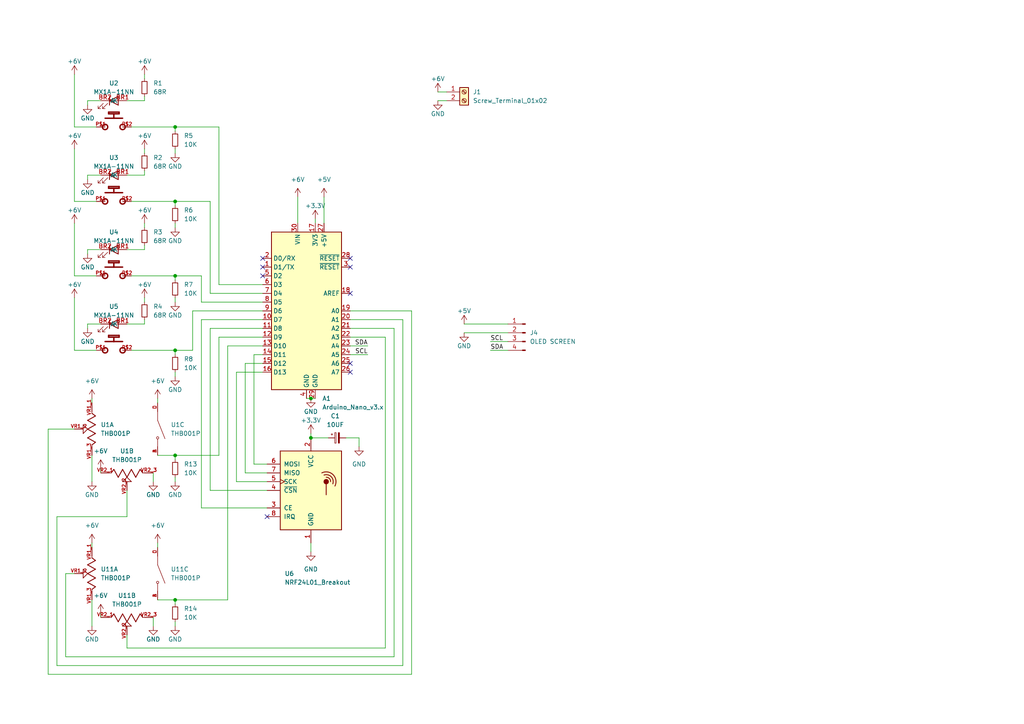
<source format=kicad_sch>
(kicad_sch (version 20211123) (generator eeschema)
  (paper "A4")
  (lib_symbols
    (symbol "Connector:Conn_01x04_Male" (pin_names (offset 1.016) hide)
      (property "Reference" "J" (at 0 5.08 0))
      (property "Value" "Conn_01x04_Male" (at 0 -7.62 0))
      (symbol "Conn_01x04_Male_1_1"
        (polyline (pts (xy 1.27 -5.08) (xy 0.8636 -5.08)) (stroke (width 0.1524)))
        (polyline (pts (xy 1.27 -2.54) (xy 0.8636 -2.54)) (stroke (width 0.1524)))
        (polyline (pts (xy 1.27 0) (xy 0.8636 0)) (stroke (width 0.1524)))
        (polyline (pts (xy 1.27 2.54) (xy 0.8636 2.54)) (stroke (width 0.1524)))
        (rectangle (start 0.8636 -4.953) (end 0 -5.207) (stroke (width 0.1524)) (fill (type outline)))
        (rectangle (start 0.8636 -2.413) (end 0 -2.667) (stroke (width 0.1524)) (fill (type outline)))
        (rectangle (start 0.8636 0.127) (end 0 -0.127) (stroke (width 0.1524)) (fill (type outline)))
        (rectangle (start 0.8636 2.667) (end 0 2.413) (stroke (width 0.1524)) (fill (type outline)))
        (pin passive line (at 5.08 2.54 180) (length 3.81) (name "Pin_1") (number "1"))
        (pin passive line (at 5.08 0 180) (length 3.81) (name "Pin_2") (number "2"))
        (pin passive line (at 5.08 -2.54 180) (length 3.81) (name "Pin_3") (number "3"))
        (pin passive line (at 5.08 -5.08 180) (length 3.81) (name "Pin_4") (number "4"))
      )
    )
    (symbol "Connector:Screw_Terminal_01x02" (pin_names (offset 1.016) hide)
      (property "Reference" "J" (at 0 2.54 0))
      (property "Value" "Screw_Terminal_01x02" (at 0 -5.08 0))
      (symbol "Screw_Terminal_01x02_1_1"
        (rectangle (start -1.27 1.27) (end 1.27 -3.81) (stroke (width 0.254)) (fill (type background)))
        (circle (center 0 -2.54) (radius 0.635) (stroke (width 0.1524)))
        (polyline (pts (xy -0.5334 -2.2098) (xy 0.3302 -3.048)) (stroke (width 0.1524)))
        (polyline (pts (xy -0.5334 0.3302) (xy 0.3302 -0.508)) (stroke (width 0.1524)))
        (polyline (pts (xy -0.3556 -2.032) (xy 0.508 -2.8702)) (stroke (width 0.1524)))
        (polyline (pts (xy -0.3556 0.508) (xy 0.508 -0.3302)) (stroke (width 0.1524)))
        (circle (center 0 0) (radius 0.635) (stroke (width 0.1524)))
        (pin passive line (at -5.08 0 0) (length 3.81) (name "Pin_1") (number "1"))
        (pin passive line (at -5.08 -2.54 0) (length 3.81) (name "Pin_2") (number "2"))
      )
    )
    (symbol "Device:C_Polarized_Small" (pin_numbers hide) (pin_names (offset 0.254) hide)
      (property "Reference" "C" (at 0.254 1.778 0))
      (property "Value" "C_Polarized_Small" (at 0.254 -2.032 0))
      (symbol "C_Polarized_Small_0_1"
        (rectangle (start -1.524 -0.3048) (end 1.524 -0.6858) (fill (type outline)))
        (rectangle (start -1.524 0.6858) (end 1.524 0.3048))
        (polyline (pts (xy -1.27 1.524) (xy -0.762 1.524)))
        (polyline (pts (xy -1.016 1.27) (xy -1.016 1.778)))
      )
      (symbol "C_Polarized_Small_1_1"
        (pin passive line (at 0 2.54 270) (length 1.8542) (name "~") (number "1"))
        (pin passive line (at 0 -2.54 90) (length 1.8542) (name "~") (number "2"))
      )
    )
    (symbol "Device:R_Small" (pin_numbers hide) (pin_names (offset 0.254) hide)
      (property "Reference" "R" (at 0.762 0.508 0))
      (property "Value" "R_Small" (at 0.762 -1.016 0))
      (symbol "R_Small_0_1"
        (rectangle (start -0.762 1.778) (end 0.762 -1.778) (stroke (width 0.2032)))
      )
      (symbol "R_Small_1_1"
        (pin passive line (at 0 2.54 270) (length 0.762) (name "~") (number "1"))
        (pin passive line (at 0 -2.54 90) (length 0.762) (name "~") (number "2"))
      )
    )
    (symbol "MCU_Module:Arduino_Nano_v3.x"
      (property "Reference" "A" (at -10.16 23.495 0))
      (property "Value" "Arduino_Nano_v3.x" (at 5.08 -24.13 0))
      (symbol "Arduino_Nano_v3.x_0_1"
        (rectangle (start -10.16 22.86) (end 10.16 -22.86) (stroke (width 0.254)) (fill (type background)))
      )
      (symbol "Arduino_Nano_v3.x_1_1"
        (pin bidirectional line (at -12.7 12.7 0) (length 2.54) (name "D1/TX") (number "1"))
        (pin bidirectional line (at -12.7 -2.54 0) (length 2.54) (name "D7") (number "10"))
        (pin bidirectional line (at -12.7 -5.08 0) (length 2.54) (name "D8") (number "11"))
        (pin bidirectional line (at -12.7 -7.62 0) (length 2.54) (name "D9") (number "12"))
        (pin bidirectional line (at -12.7 -10.16 0) (length 2.54) (name "D10") (number "13"))
        (pin bidirectional line (at -12.7 -12.7 0) (length 2.54) (name "D11") (number "14"))
        (pin bidirectional line (at -12.7 -15.24 0) (length 2.54) (name "D12") (number "15"))
        (pin bidirectional line (at -12.7 -17.78 0) (length 2.54) (name "D13") (number "16"))
        (pin power_out line (at 2.54 25.4 270) (length 2.54) (name "3V3") (number "17"))
        (pin input line (at 12.7 5.08 180) (length 2.54) (name "AREF") (number "18"))
        (pin bidirectional line (at 12.7 0 180) (length 2.54) (name "A0") (number "19"))
        (pin bidirectional line (at -12.7 15.24 0) (length 2.54) (name "D0/RX") (number "2"))
        (pin bidirectional line (at 12.7 -2.54 180) (length 2.54) (name "A1") (number "20"))
        (pin bidirectional line (at 12.7 -5.08 180) (length 2.54) (name "A2") (number "21"))
        (pin bidirectional line (at 12.7 -7.62 180) (length 2.54) (name "A3") (number "22"))
        (pin bidirectional line (at 12.7 -10.16 180) (length 2.54) (name "A4") (number "23"))
        (pin bidirectional line (at 12.7 -12.7 180) (length 2.54) (name "A5") (number "24"))
        (pin bidirectional line (at 12.7 -15.24 180) (length 2.54) (name "A6") (number "25"))
        (pin bidirectional line (at 12.7 -17.78 180) (length 2.54) (name "A7") (number "26"))
        (pin power_out line (at 5.08 25.4 270) (length 2.54) (name "+5V") (number "27"))
        (pin input line (at 12.7 15.24 180) (length 2.54) (name "~{RESET}") (number "28"))
        (pin power_in line (at 2.54 -25.4 90) (length 2.54) (name "GND") (number "29"))
        (pin input line (at 12.7 12.7 180) (length 2.54) (name "~{RESET}") (number "3"))
        (pin power_in line (at -2.54 25.4 270) (length 2.54) (name "VIN") (number "30"))
        (pin power_in line (at 0 -25.4 90) (length 2.54) (name "GND") (number "4"))
        (pin bidirectional line (at -12.7 10.16 0) (length 2.54) (name "D2") (number "5"))
        (pin bidirectional line (at -12.7 7.62 0) (length 2.54) (name "D3") (number "6"))
        (pin bidirectional line (at -12.7 5.08 0) (length 2.54) (name "D4") (number "7"))
        (pin bidirectional line (at -12.7 2.54 0) (length 2.54) (name "D5") (number "8"))
        (pin bidirectional line (at -12.7 0 0) (length 2.54) (name "D6") (number "9"))
      )
    )
    (symbol "MX1A-11NN:MX1A-11NN" (pin_names (offset 1.016))
      (property "Reference" "U" (at -4.445 -3.81 0))
      (property "Value" "MX1A-11NN" (at 0 -8.89 0))
      (symbol "MX1A-11NN_0_0"
        (circle (center -2.54 0) (radius 0.762) (stroke (width 0.4064)))
        (polyline (pts (xy -2.54 2.54) (xy 0 2.54)) (stroke (width 0.4064)))
        (polyline (pts (xy -1.524 3.81) (xy -1.524 4.318)) (stroke (width 0.4064)))
        (polyline (pts (xy -1.524 4.318) (xy 1.524 4.318)) (stroke (width 0.4064)))
        (polyline (pts (xy 0 2.54) (xy 0 3.81)) (stroke (width 0.4064)))
        (polyline (pts (xy 0 3.81) (xy -1.524 3.81)) (stroke (width 0.4064)))
        (polyline (pts (xy 1.524 3.81) (xy 0.254 3.81)) (stroke (width 0.4064)))
        (polyline (pts (xy 1.524 4.318) (xy 1.524 3.81)) (stroke (width 0.4064)))
        (polyline (pts (xy 2.54 2.54) (xy 0 2.54)) (stroke (width 0.4064)))
        (circle (center 2.54 0) (radius 0.762) (stroke (width 0.4064)))
        (pin passive line (at -5.08 0 0) (length 2.54) (name "~") (number "P$1"))
        (pin passive line (at 5.08 0 180) (length 2.54) (name "~") (number "P$2"))
      )
      (symbol "MX1A-11NN_0_1"
        (polyline (pts (xy -1.27 6.35) (xy -1.27 8.89)) (stroke (width 0.254)))
        (polyline (pts (xy -1.27 7.62) (xy 1.27 7.62)))
        (polyline (pts (xy 1.27 6.35) (xy 1.27 8.89) (xy -1.27 7.62) (xy 1.27 6.35)) (stroke (width 0.254)))
        (polyline (pts (xy -3.048 6.858) (xy -4.572 5.334) (xy -3.81 5.334) (xy -4.572 5.334) (xy -4.572 6.096)))
        (polyline (pts (xy -1.778 6.858) (xy -3.302 5.334) (xy -2.54 5.334) (xy -3.302 5.334) (xy -3.302 6.096)))
      )
      (symbol "MX1A-11NN_1_1"
        (pin passive line (at 3.81 7.62 180) (length 2.54) (name "A") (number "BR1"))
        (pin passive line (at -3.81 7.62 0) (length 2.54) (name "K") (number "BR2"))
      )
    )
    (symbol "RF:NRF24L01_Breakout" (pin_names (offset 1.016))
      (property "Reference" "U" (at -8.89 12.7 0))
      (property "Value" "NRF24L01_Breakout" (at 3.81 12.7 0))
      (symbol "NRF24L01_Breakout_0_1"
        (rectangle (start -8.89 11.43) (end 8.89 -11.43) (stroke (width 0.254)) (fill (type background)))
        (polyline (pts (xy 4.445 1.905) (xy 4.445 -1.27)) (stroke (width 0.254)))
        (circle (center 4.445 2.54) (radius 0.635) (stroke (width 0.254)) (fill (type outline)))
        (arc (start 5.715 2.54) (mid 5.3521 3.4546) (end 4.445 3.81) (stroke (width 0.254)))
        (arc (start 6.35 1.905) (mid 5.8763 3.9854) (end 3.81 4.445) (stroke (width 0.254)))
        (arc (start 6.985 1.27) (mid 6.453 4.548) (end 3.175 5.08) (stroke (width 0.254)))
      )
      (symbol "NRF24L01_Breakout_1_1"
        (pin power_in line (at 0 -15.24 90) (length 3.81) (name "GND") (number "1"))
        (pin power_in line (at 0 15.24 270) (length 3.81) (name "VCC") (number "2"))
        (pin input line (at -12.7 -5.08 0) (length 3.81) (name "CE") (number "3"))
        (pin input line (at -12.7 0 0) (length 3.81) (name "~{CSN}") (number "4"))
        (pin input clock (at -12.7 2.54 0) (length 3.81) (name "SCK") (number "5"))
        (pin input line (at -12.7 7.62 0) (length 3.81) (name "MOSI") (number "6"))
        (pin output line (at -12.7 5.08 0) (length 3.81) (name "MISO") (number "7"))
        (pin output line (at -12.7 -7.62 0) (length 3.81) (name "IRQ") (number "8"))
      )
    )
    (symbol "THB001P:THB001P" (pin_names (offset 1.016))
      (property "Reference" "U" (at -5.08 5.08 0))
      (property "Value" "THB001P" (at -5.08 2.54 0))
      (symbol "THB001P_1_0"
        (polyline (pts (xy -5.08 0) (xy -4.572 0)) (stroke (width 0.1524)))
        (polyline (pts (xy -4.572 0) (xy -3.81 1.016)) (stroke (width 0.254)))
        (polyline (pts (xy -3.81 1.016) (xy -2.54 -1.27)) (stroke (width 0.254)))
        (polyline (pts (xy -2.54 -1.27) (xy -1.27 1.016)) (stroke (width 0.254)))
        (polyline (pts (xy -1.27 -2.54) (xy 0 -1.27)) (stroke (width 0.2032)))
        (polyline (pts (xy -1.27 1.016) (xy 0 -1.27)) (stroke (width 0.254)))
        (polyline (pts (xy 0 -1.27) (xy 1.27 -2.54)) (stroke (width 0.2032)))
        (polyline (pts (xy 0 -1.27) (xy 1.27 1.016)) (stroke (width 0.254)))
        (polyline (pts (xy 1.27 -2.54) (xy -1.27 -2.54)) (stroke (width 0.2032)))
        (polyline (pts (xy 1.27 1.016) (xy 2.54 -1.27)) (stroke (width 0.254)))
        (polyline (pts (xy 2.54 -1.27) (xy 3.81 1.016)) (stroke (width 0.254)))
        (polyline (pts (xy 3.81 1.016) (xy 4.572 0)) (stroke (width 0.254)))
        (polyline (pts (xy 4.572 0) (xy 5.08 0)) (stroke (width 0.1524)))
        (pin passive line (at -7.62 0 0) (length 2.54) (name "~") (number "VR1_1"))
        (pin passive line (at 0 -5.08 90) (length 2.54) (name "~") (number "VR1_2"))
        (pin passive line (at 7.62 0 180) (length 2.54) (name "~") (number "VR1_3"))
      )
      (symbol "THB001P_2_0"
        (polyline (pts (xy -5.08 0) (xy -4.572 0)) (stroke (width 0.1524)))
        (polyline (pts (xy -4.572 0) (xy -3.81 1.016)) (stroke (width 0.254)))
        (polyline (pts (xy -3.81 1.016) (xy -2.54 -1.27)) (stroke (width 0.254)))
        (polyline (pts (xy -2.54 -1.27) (xy -1.27 1.016)) (stroke (width 0.254)))
        (polyline (pts (xy -1.27 -2.54) (xy 0 -1.27)) (stroke (width 0.2032)))
        (polyline (pts (xy -1.27 1.016) (xy 0 -1.27)) (stroke (width 0.254)))
        (polyline (pts (xy 0 -1.27) (xy 1.27 -2.54)) (stroke (width 0.2032)))
        (polyline (pts (xy 0 -1.27) (xy 1.27 1.016)) (stroke (width 0.254)))
        (polyline (pts (xy 1.27 -2.54) (xy -1.27 -2.54)) (stroke (width 0.2032)))
        (polyline (pts (xy 1.27 1.016) (xy 2.54 -1.27)) (stroke (width 0.254)))
        (polyline (pts (xy 2.54 -1.27) (xy 3.81 1.016)) (stroke (width 0.254)))
        (polyline (pts (xy 3.81 1.016) (xy 4.572 0)) (stroke (width 0.254)))
        (polyline (pts (xy 4.572 0) (xy 5.08 0)) (stroke (width 0.1524)))
        (pin passive line (at -7.62 0 0) (length 2.54) (name "~") (number "VR2_1"))
        (pin passive line (at 0 -5.08 90) (length 2.54) (name "~") (number "VR2_2"))
        (pin passive line (at 7.62 0 180) (length 2.54) (name "~") (number "VR2_3"))
      )
      (symbol "THB001P_3_0"
        (polyline (pts (xy -2.54 0) (xy -5.08 0)) (stroke (width 0.1524)))
        (polyline (pts (xy -2.54 0) (xy 2.794 2.1336)) (stroke (width 0.1524)))
        (polyline (pts (xy 5.08 0) (xy 2.921 0)) (stroke (width 0.1524)))
        (circle (center 2.54 0) (radius 0.3302) (stroke (width 0.1524)))
        (pin passive line (at 7.62 0 180) (length 2.54) (name "~") (number "A"))
        (pin passive line (at 7.62 0 180) (length 2.54) (name "~") (number "B"))
        (pin passive line (at -7.62 0 0) (length 2.54) (name "~") (number "C"))
        (pin passive line (at -7.62 0 0) (length 2.54) (name "~") (number "D"))
      )
    )
    (symbol "power:+3.3V" (power) (pin_names (offset 0))
      (property "Value" "+3.3V" (at 0 3.556 0))
      (symbol "+3.3V_0_1"
        (polyline (pts (xy -0.762 1.27) (xy 0 2.54)))
        (polyline (pts (xy 0 0) (xy 0 2.54)))
        (polyline (pts (xy 0 2.54) (xy 0.762 1.27)))
      )
      (symbol "+3.3V_1_1"
        (pin power_in line (at 0 0 90) (length 0) hide (name "+3.3V") (number "1"))
      )
    )
    (symbol "power:+5V" (power) (pin_names (offset 0))
      (property "Value" "+5V" (at 0 3.556 0))
      (symbol "+5V_0_1"
        (polyline (pts (xy -0.762 1.27) (xy 0 2.54)))
        (polyline (pts (xy 0 0) (xy 0 2.54)))
        (polyline (pts (xy 0 2.54) (xy 0.762 1.27)))
      )
      (symbol "+5V_1_1"
        (pin power_in line (at 0 0 90) (length 0) hide (name "+5V") (number "1"))
      )
    )
    (symbol "power:+6V" (power) (pin_names (offset 0))
      (property "Value" "+6V" (at 0 3.556 0))
      (symbol "+6V_0_1"
        (polyline (pts (xy -0.762 1.27) (xy 0 2.54)))
        (polyline (pts (xy 0 0) (xy 0 2.54)))
        (polyline (pts (xy 0 2.54) (xy 0.762 1.27)))
      )
      (symbol "+6V_1_1"
        (pin power_in line (at 0 0 90) (length 0) hide (name "+6V") (number "1"))
      )
    )
    (symbol "power:GND" (power) (pin_names (offset 0))
      (property "Value" "GND" (at 0 -3.81 0))
      (symbol "GND_0_1"
        (polyline (pts (xy 0 0) (xy 0 -1.27) (xy 1.27 -1.27) (xy 0 -2.54) (xy -1.27 -1.27) (xy 0 -1.27)))
      )
      (symbol "GND_1_1"
        (pin power_in line (at 0 0 270) (length 0) hide (name "GND") (number "1"))
      )
    )
  )
  (junction (at 90.17 115.57))
  (junction (at 50.8 173.99))
  (junction (at 50.8 58.42))
  (junction (at 90.17 127))
  (junction (at 50.8 101.6))
  (junction (at 50.8 132.08))
  (junction (at 50.8 80.01))
  (junction (at 50.8 36.83))
  (no_connect (at 101.6 105.41))
  (no_connect (at 101.6 107.95))
  (no_connect (at 77.47 149.86))
  (no_connect (at 101.6 77.47))
  (no_connect (at 76.2 80.01))
  (no_connect (at 101.6 74.93))
  (no_connect (at 76.2 77.47))
  (no_connect (at 101.6 85.09))
  (no_connect (at 76.2 74.93))
  (wire (pts (xy 63.5 36.83) (xy 50.8 36.83)))
  (wire (pts (xy 71.12 137.16) (xy 71.12 105.41)))
  (wire (pts (xy 66.04 173.99) (xy 66.04 100.33)))
  (wire (pts (xy 29.21 29.21) (xy 25.4 29.21)))
  (wire (pts (xy 36.83 149.86) (xy 16.51 149.86)))
  (wire (pts (xy 50.8 59.69) (xy 50.8 58.42)))
  (wire (pts (xy 73.66 134.62) (xy 77.47 134.62)))
  (wire (pts (xy 68.58 107.95) (xy 76.2 107.95)))
  (wire (pts (xy 63.5 82.55) (xy 63.5 36.83)))
  (wire (pts (xy 16.51 193.04) (xy 116.84 193.04)))
  (wire (pts (xy 134.62 93.98) (xy 147.32 93.98)))
  (wire (pts (xy 91.44 63.5) (xy 91.44 64.77)))
  (wire (pts (xy 119.38 90.17) (xy 119.38 195.58)))
  (wire (pts (xy 13.97 195.58) (xy 119.38 195.58)))
  (wire (pts (xy 38.1 80.01) (xy 50.8 80.01)))
  (wire (pts (xy 50.8 180.34) (xy 50.8 181.61)))
  (wire (pts (xy 45.72 132.08) (xy 50.8 132.08)))
  (wire (pts (xy 29.21 72.39) (xy 25.4 72.39)))
  (wire (pts (xy 114.3 95.25) (xy 114.3 190.5)))
  (wire (pts (xy 41.91 72.39) (xy 41.91 71.12)))
  (wire (pts (xy 111.76 97.79) (xy 111.76 187.96)))
  (wire (pts (xy 29.21 177.8) (xy 29.21 179.07)))
  (wire (pts (xy 119.38 90.17) (xy 101.6 90.17)))
  (wire (pts (xy 44.45 137.16) (xy 44.45 139.7)))
  (wire (pts (xy 58.42 92.71) (xy 76.2 92.71)))
  (wire (pts (xy 27.94 101.6) (xy 21.59 101.6)))
  (wire (pts (xy 60.96 58.42) (xy 50.8 58.42)))
  (wire (pts (xy 27.94 80.01) (xy 21.59 80.01)))
  (wire (pts (xy 36.83 50.8) (xy 41.91 50.8)))
  (wire (pts (xy 36.83 187.96) (xy 111.76 187.96)))
  (wire (pts (xy 90.17 125.73) (xy 90.17 127)))
  (wire (pts (xy 68.58 139.7) (xy 68.58 107.95)))
  (wire (pts (xy 19.05 190.5) (xy 114.3 190.5)))
  (wire (pts (xy 91.44 115.57) (xy 90.17 115.57)))
  (wire (pts (xy 50.8 43.18) (xy 50.8 44.45)))
  (wire (pts (xy 55.88 101.6) (xy 55.88 90.17)))
  (wire (pts (xy 26.67 157.48) (xy 26.67 158.75)))
  (wire (pts (xy 127 29.21) (xy 129.54 29.21)))
  (wire (pts (xy 25.4 29.21) (xy 25.4 30.48)))
  (wire (pts (xy 36.83 93.98) (xy 41.91 93.98)))
  (wire (pts (xy 41.91 50.8) (xy 41.91 49.53)))
  (wire (pts (xy 76.2 85.09) (xy 60.96 85.09)))
  (wire (pts (xy 60.96 142.24) (xy 60.96 95.25)))
  (wire (pts (xy 36.83 72.39) (xy 41.91 72.39)))
  (wire (pts (xy 50.8 86.36) (xy 50.8 87.63)))
  (wire (pts (xy 41.91 64.77) (xy 41.91 66.04)))
  (wire (pts (xy 73.66 102.87) (xy 76.2 102.87)))
  (wire (pts (xy 50.8 132.08) (xy 63.5 132.08)))
  (wire (pts (xy 50.8 173.99) (xy 66.04 173.99)))
  (wire (pts (xy 77.47 139.7) (xy 68.58 139.7)))
  (wire (pts (xy 77.47 147.32) (xy 58.42 147.32)))
  (wire (pts (xy 116.84 92.71) (xy 116.84 193.04)))
  (wire (pts (xy 27.94 58.42) (xy 21.59 58.42)))
  (wire (pts (xy 19.05 166.37) (xy 19.05 190.5)))
  (wire (pts (xy 50.8 101.6) (xy 55.88 101.6)))
  (wire (pts (xy 90.17 157.48) (xy 90.17 160.02)))
  (wire (pts (xy 104.14 127) (xy 104.14 129.54)))
  (wire (pts (xy 93.98 57.15) (xy 93.98 64.77)))
  (wire (pts (xy 21.59 64.77) (xy 21.59 80.01)))
  (wire (pts (xy 21.59 21.59) (xy 21.59 36.83)))
  (wire (pts (xy 26.67 173.99) (xy 26.67 181.61)))
  (wire (pts (xy 73.66 102.87) (xy 73.66 134.62)))
  (wire (pts (xy 101.6 92.71) (xy 116.84 92.71)))
  (wire (pts (xy 41.91 86.36) (xy 41.91 87.63)))
  (wire (pts (xy 76.2 87.63) (xy 58.42 87.63)))
  (wire (pts (xy 101.6 100.33) (xy 106.68 100.33)))
  (wire (pts (xy 50.8 81.28) (xy 50.8 80.01)))
  (wire (pts (xy 147.32 101.6) (xy 142.24 101.6)))
  (wire (pts (xy 88.9 115.57) (xy 90.17 115.57)))
  (wire (pts (xy 77.47 142.24) (xy 60.96 142.24)))
  (wire (pts (xy 25.4 93.98) (xy 25.4 95.25)))
  (wire (pts (xy 134.62 96.52) (xy 147.32 96.52)))
  (wire (pts (xy 100.33 127) (xy 104.14 127)))
  (wire (pts (xy 27.94 36.83) (xy 21.59 36.83)))
  (wire (pts (xy 41.91 93.98) (xy 41.91 92.71)))
  (wire (pts (xy 58.42 87.63) (xy 58.42 80.01)))
  (wire (pts (xy 71.12 105.41) (xy 76.2 105.41)))
  (wire (pts (xy 38.1 58.42) (xy 50.8 58.42)))
  (wire (pts (xy 60.96 85.09) (xy 60.96 58.42)))
  (wire (pts (xy 25.4 50.8) (xy 25.4 52.07)))
  (wire (pts (xy 58.42 80.01) (xy 50.8 80.01)))
  (wire (pts (xy 90.17 127) (xy 95.25 127)))
  (wire (pts (xy 101.6 102.87) (xy 106.68 102.87)))
  (wire (pts (xy 50.8 133.35) (xy 50.8 132.08)))
  (wire (pts (xy 41.91 21.59) (xy 41.91 22.86)))
  (wire (pts (xy 21.59 43.18) (xy 21.59 58.42)))
  (wire (pts (xy 21.59 124.46) (xy 13.97 124.46)))
  (wire (pts (xy 21.59 86.36) (xy 21.59 101.6)))
  (wire (pts (xy 45.72 173.99) (xy 50.8 173.99)))
  (wire (pts (xy 63.5 97.79) (xy 63.5 132.08)))
  (wire (pts (xy 147.32 99.06) (xy 142.24 99.06)))
  (wire (pts (xy 66.04 100.33) (xy 76.2 100.33)))
  (wire (pts (xy 25.4 72.39) (xy 25.4 73.66)))
  (wire (pts (xy 76.2 82.55) (xy 63.5 82.55)))
  (wire (pts (xy 26.67 132.08) (xy 26.67 139.7)))
  (wire (pts (xy 41.91 29.21) (xy 41.91 27.94)))
  (wire (pts (xy 50.8 38.1) (xy 50.8 36.83)))
  (wire (pts (xy 58.42 147.32) (xy 58.42 92.71)))
  (wire (pts (xy 50.8 64.77) (xy 50.8 66.04)))
  (wire (pts (xy 29.21 50.8) (xy 25.4 50.8)))
  (wire (pts (xy 21.59 166.37) (xy 19.05 166.37)))
  (wire (pts (xy 36.83 29.21) (xy 41.91 29.21)))
  (wire (pts (xy 127 26.67) (xy 129.54 26.67)))
  (wire (pts (xy 50.8 102.87) (xy 50.8 101.6)))
  (wire (pts (xy 38.1 101.6) (xy 50.8 101.6)))
  (wire (pts (xy 114.3 95.25) (xy 101.6 95.25)))
  (wire (pts (xy 13.97 124.46) (xy 13.97 195.58)))
  (wire (pts (xy 101.6 97.79) (xy 111.76 97.79)))
  (wire (pts (xy 26.67 115.57) (xy 26.67 116.84)))
  (wire (pts (xy 86.36 57.15) (xy 86.36 64.77)))
  (wire (pts (xy 29.21 135.89) (xy 29.21 137.16)))
  (wire (pts (xy 77.47 137.16) (xy 71.12 137.16)))
  (wire (pts (xy 60.96 95.25) (xy 76.2 95.25)))
  (wire (pts (xy 45.72 115.57) (xy 45.72 116.84)))
  (wire (pts (xy 63.5 97.79) (xy 76.2 97.79)))
  (wire (pts (xy 36.83 142.24) (xy 36.83 149.86)))
  (wire (pts (xy 41.91 43.18) (xy 41.91 44.45)))
  (wire (pts (xy 45.72 157.48) (xy 45.72 158.75)))
  (wire (pts (xy 50.8 138.43) (xy 50.8 139.7)))
  (wire (pts (xy 50.8 107.95) (xy 50.8 109.22)))
  (wire (pts (xy 55.88 90.17) (xy 76.2 90.17)))
  (wire (pts (xy 50.8 175.26) (xy 50.8 173.99)))
  (wire (pts (xy 29.21 93.98) (xy 25.4 93.98)))
  (wire (pts (xy 44.45 179.07) (xy 44.45 181.61)))
  (wire (pts (xy 16.51 149.86) (xy 16.51 193.04)))
  (wire (pts (xy 38.1 36.83) (xy 50.8 36.83)))
  (wire (pts (xy 36.83 184.15) (xy 36.83 187.96)))
  (label "SCL" (at 142.24 99.06 0))
  (label "SDA" (at 106.68 100.33 180))
  (label "SDA" (at 142.24 101.6 0))
  (label "SCL" (at 106.68 102.87 180))
  (symbol (lib_id "power:+6V") (at 21.59 64.77 0) (unit 1)
    (property "Reference" "#PWR0123" (effects hide))
    (property "Value" "+6V" (at 21.59 60.96 0))
  )
  (symbol (lib_id "power:+6V") (at 21.59 43.18 0) (unit 1)
    (property "Reference" "#PWR0116" (effects hide))
    (property "Value" "+6V" (at 21.59 39.37 0))
  )
  (symbol (lib_id "power:GND") (at 44.45 181.61 0) (unit 1)
    (property "Reference" "#PWR0128" (effects hide))
    (property "Value" "GND" (at 44.45 185.42 0))
  )
  (symbol (lib_id "power:+6V") (at 29.21 135.89 0) (unit 1)
    (property "Reference" "#PWR0137" (effects hide))
    (property "Value" "+6V" (at 29.21 130.81 0))
  )
  (symbol (lib_id "power:GND") (at 25.4 73.66 0) (unit 1)
    (property "Reference" "#PWR0130" (effects hide))
    (property "Value" "GND" (at 25.4 77.47 0))
  )
  (symbol (lib_id "power:+6V") (at 41.91 43.18 0) (unit 1)
    (property "Reference" "#PWR0115" (effects hide))
    (property "Value" "+6V" (at 41.91 39.37 0))
  )
  (symbol (lib_id "power:+6V") (at 45.72 115.57 0) (unit 1)
    (property "Reference" "#PWR0142" (effects hide))
    (property "Value" "+6V" (at 45.72 110.49 0))
  )
  (symbol (lib_id "MX1A-11NN:MX1A-11NN") (at 33.02 36.83 0) (unit 1)
    (property "Reference" "U2" (at 33.02 24.13 0))
    (property "Value" "MX1A-11NN" (at 33.02 26.67 0))
    (property "Footprint" "MX1A-11NN:CHERRY_MX1A-11NN_SWITCH" (effects hide))
  )
  (symbol (lib_id "power:+6V") (at 26.67 115.57 0) (unit 1)
    (property "Reference" "#PWR0127" (effects hide))
    (property "Value" "+6V" (at 26.67 110.49 0))
  )
  (symbol (lib_id "Device:R_Small") (at 50.8 62.23 180) (unit 1)
    (property "Reference" "R6" (at 53.34 60.96 0) (effects (justify right)))
    (property "Value" "10K" (at 53.34 63.4999 0) (effects (justify right)))
    (property "Footprint" "Resistor_SMD:R_0402_1005Metric" (effects hide))
  )
  (symbol (lib_id "MCU_Module:Arduino_Nano_v3.x") (at 88.9 90.17 0) (unit 1)
    (property "Reference" "A1" (at 93.4594 115.57 0) (effects (justify left)))
    (property "Value" "Arduino_Nano_v3.x" (at 93.4594 118.11 0) (effects (justify left)))
    (property "Footprint" "Module:Arduino_Nano" (effects hide))
    (property "Datasheet" "http://www.mouser.com/pdfdocs/Gravitech_Arduino_Nano3_0.pdf" (effects hide))
  )
  (symbol (lib_id "power:GND") (at 50.8 109.22 0) (unit 1)
    (property "Reference" "#PWR0104" (effects hide))
    (property "Value" "GND" (at 50.8 113.03 0))
  )
  (symbol (lib_id "power:+6V") (at 21.59 21.59 0) (unit 1)
    (property "Reference" "#PWR0120" (effects hide))
    (property "Value" "+6V" (at 21.59 17.78 0))
  )
  (symbol (lib_id "power:GND") (at 104.14 129.54 0) (unit 1)
    (property "Reference" "#PWR0119" (effects hide))
    (property "Value" "GND" (at 104.14 134.62 0))
  )
  (symbol (lib_id "power:+5V") (at 93.98 57.15 0) (unit 1)
    (property "Reference" "#PWR0102" (effects hide))
    (property "Value" "+5V" (at 93.98 52.07 0))
  )
  (symbol (lib_id "power:+6V") (at 127 26.67 0) (unit 1)
    (property "Reference" "#PWR0144" (effects hide))
    (property "Value" "+6V" (at 127 22.86 0))
  )
  (symbol (lib_id "power:GND") (at 50.8 44.45 0) (unit 1)
    (property "Reference" "#PWR0122" (effects hide))
    (property "Value" "GND" (at 50.8 48.26 0))
  )
  (symbol (lib_id "Device:R_Small") (at 50.8 40.64 180) (unit 1)
    (property "Reference" "R5" (at 53.34 39.37 0) (effects (justify right)))
    (property "Value" "10K" (at 53.34 41.9099 0) (effects (justify right)))
    (property "Footprint" "Resistor_SMD:R_0402_1005Metric" (effects hide))
  )
  (symbol (lib_id "MX1A-11NN:MX1A-11NN") (at 33.02 58.42 0) (unit 1)
    (property "Reference" "U3" (at 33.02 45.72 0))
    (property "Value" "MX1A-11NN" (at 33.02 48.26 0))
    (property "Footprint" "MX1A-11NN:CHERRY_MX1A-11NN_SWITCH" (effects hide))
  )
  (symbol (lib_id "power:GND") (at 25.4 30.48 0) (unit 1)
    (property "Reference" "#PWR0117" (effects hide))
    (property "Value" "GND" (at 25.4 34.29 0))
  )
  (symbol (lib_id "RF:NRF24L01_Breakout") (at 90.17 142.24 0) (unit 1)
    (property "Reference" "U6" (at 82.55 166.37 0) (effects (justify left)))
    (property "Value" "NRF24L01_Breakout" (at 82.55 168.91 0) (effects (justify left)))
    (property "Footprint" "nRF24L01BRKT_SMD:nRF24L01_Breakout_SMD" (effects hide))
    (property "Datasheet" "http://www.nordicsemi.com/eng/content/download/2730/34105/file/nRF24L01_Product_Specification_v2_0.pdf" (effects hide))
  )
  (symbol (lib_id "power:+6V") (at 41.91 64.77 0) (unit 1)
    (property "Reference" "#PWR0121" (effects hide))
    (property "Value" "+6V" (at 41.91 60.96 0))
  )
  (symbol (lib_id "Device:R_Small") (at 50.8 177.8 180) (unit 1)
    (property "Reference" "R14" (at 53.34 176.53 0) (effects (justify right)))
    (property "Value" "10K" (at 53.34 179.0699 0) (effects (justify right)))
    (property "Footprint" "Resistor_SMD:R_0402_1005Metric" (effects hide))
  )
  (symbol (lib_id "Connector:Conn_01x04_Male") (at 152.4 96.52 0) (mirror y) (unit 1)
    (property "Reference" "J4" (at 153.67 96.5199 0) (effects (justify right)))
    (property "Value" "OLED SCREEN" (at 153.67 99.0599 0) (effects (justify right)))
    (property "Footprint" "Connector_PinSocket_2.54mm:PinSocket_1x04_P2.54mm_Vertical" (effects hide))
  )
  (symbol (lib_id "power:GND") (at 90.17 160.02 0) (unit 1)
    (property "Reference" "#PWR0110" (effects hide))
    (property "Value" "GND" (at 90.17 165.1 0))
  )
  (symbol (lib_id "power:+6V") (at 86.36 57.15 0) (unit 1)
    (property "Reference" "#PWR0103" (effects hide))
    (property "Value" "+6V" (at 86.36 52.07 0))
  )
  (symbol (lib_id "power:+3.3V") (at 91.44 63.5 0) (unit 1)
    (property "Reference" "#PWR0101" (effects hide))
    (property "Value" "+3.3V" (at 91.44 59.69 0))
  )
  (symbol (lib_id "Device:R_Small") (at 50.8 83.82 180) (unit 1)
    (property "Reference" "R7" (at 53.34 82.55 0) (effects (justify right)))
    (property "Value" "10K" (at 53.34 85.0899 0) (effects (justify right)))
    (property "Footprint" "Resistor_SMD:R_0402_1005Metric" (effects hide))
  )
  (symbol (lib_id "power:GND") (at 90.17 115.57 0) (unit 1)
    (property "Reference" "#PWR0109" (effects hide))
    (property "Value" "GND" (at 90.17 119.38 0))
  )
  (symbol (lib_id "Device:R_Small") (at 50.8 135.89 180) (unit 1)
    (property "Reference" "R13" (at 53.34 134.62 0) (effects (justify right)))
    (property "Value" "10K" (at 53.34 137.1599 0) (effects (justify right)))
    (property "Footprint" "Resistor_SMD:R_0402_1005Metric" (effects hide))
  )
  (symbol (lib_id "power:GND") (at 127 29.21 0) (unit 1)
    (property "Reference" "#PWR0145" (effects hide))
    (property "Value" "GND" (at 127 33.02 0))
  )
  (symbol (lib_id "power:GND") (at 25.4 95.25 0) (unit 1)
    (property "Reference" "#PWR0105" (effects hide))
    (property "Value" "GND" (at 25.4 99.06 0))
  )
  (symbol (lib_id "THB001P:THB001P") (at 45.72 124.46 270) (unit 3)
    (property "Reference" "U1" (at 49.53 123.1899 90) (effects (justify left)))
    (property "Value" "THB001P" (at 49.53 125.7299 90) (effects (justify left)))
    (property "Footprint" "THB001P:CNK_THB001P" (effects hide))
    (property "MANUFACTURER" "CNK" (effects hide))
    (property "STANDARD" "Manufacturer Recommendations" (effects hide))
    (property "MAXIMUM_PACKAGE_HEIGHT" "19.85mm" (effects hide))
    (property "PARTREV" "27 Jan 22" (effects hide))
    (property "SNAPEDA_PN" "THB001P" (effects hide))
  )
  (symbol (lib_id "power:GND") (at 50.8 87.63 0) (unit 1)
    (property "Reference" "#PWR0111" (effects hide))
    (property "Value" "GND" (at 50.8 91.44 0))
  )
  (symbol (lib_id "power:+6V") (at 41.91 21.59 0) (unit 1)
    (property "Reference" "#PWR0114" (effects hide))
    (property "Value" "+6V" (at 41.91 17.78 0))
  )
  (symbol (lib_id "power:+5V") (at 134.62 93.98 0) (unit 1)
    (property "Reference" "#PWR0107" (effects hide))
    (property "Value" "+5V" (at 134.62 90.17 0))
  )
  (symbol (lib_id "Device:R_Small") (at 41.91 46.99 180) (unit 1)
    (property "Reference" "R2" (at 44.45 45.72 0) (effects (justify right)))
    (property "Value" "68R" (at 44.45 48.2599 0) (effects (justify right)))
    (property "Footprint" "Resistor_SMD:R_0402_1005Metric" (effects hide))
  )
  (symbol (lib_id "THB001P:THB001P") (at 26.67 166.37 270) (unit 1)
    (property "Reference" "U11" (at 29.21 165.0999 90) (effects (justify left)))
    (property "Value" "THB001P" (at 29.21 167.6399 90) (effects (justify left)))
    (property "Footprint" "THB001P:CNK_THB001P" (effects hide))
    (property "MANUFACTURER" "CNK" (effects hide))
    (property "STANDARD" "Manufacturer Recommendations" (effects hide))
    (property "MAXIMUM_PACKAGE_HEIGHT" "19.85mm" (effects hide))
    (property "PARTREV" "27 Jan 22" (effects hide))
    (property "SNAPEDA_PN" "THB001P" (effects hide))
  )
  (symbol (lib_id "power:GND") (at 44.45 139.7 0) (unit 1)
    (property "Reference" "#PWR0126" (effects hide))
    (property "Value" "GND" (at 44.45 143.51 0))
  )
  (symbol (lib_id "power:GND") (at 50.8 181.61 0) (unit 1)
    (property "Reference" "#PWR0141" (effects hide))
    (property "Value" "GND" (at 50.8 185.42 0))
  )
  (symbol (lib_id "power:+6V") (at 29.21 177.8 0) (unit 1)
    (property "Reference" "#PWR0140" (effects hide))
    (property "Value" "+6V" (at 29.21 172.72 0))
  )
  (symbol (lib_id "MX1A-11NN:MX1A-11NN") (at 33.02 80.01 0) (unit 1)
    (property "Reference" "U4" (at 33.02 67.31 0))
    (property "Value" "MX1A-11NN" (at 33.02 69.85 0))
    (property "Footprint" "MX1A-11NN:CHERRY_MX1A-11NN_SWITCH" (effects hide))
  )
  (symbol (lib_id "power:GND") (at 50.8 66.04 0) (unit 1)
    (property "Reference" "#PWR0131" (effects hide))
    (property "Value" "GND" (at 50.8 69.85 0))
  )
  (symbol (lib_id "power:GND") (at 26.67 181.61 0) (unit 1)
    (property "Reference" "#PWR0129" (effects hide))
    (property "Value" "GND" (at 26.67 185.42 0))
  )
  (symbol (lib_id "power:GND") (at 25.4 52.07 0) (unit 1)
    (property "Reference" "#PWR0113" (effects hide))
    (property "Value" "GND" (at 25.4 55.88 0))
  )
  (symbol (lib_id "power:GND") (at 134.62 96.52 0) (unit 1)
    (property "Reference" "#PWR0106" (effects hide))
    (property "Value" "GND" (at 134.62 100.33 0))
  )
  (symbol (lib_id "THB001P:THB001P") (at 26.67 124.46 270) (unit 1)
    (property "Reference" "U1" (at 29.21 123.1899 90) (effects (justify left)))
    (property "Value" "THB001P" (at 29.21 125.7299 90) (effects (justify left)))
    (property "Footprint" "THB001P:CNK_THB001P" (effects hide))
    (property "MANUFACTURER" "CNK" (effects hide))
    (property "STANDARD" "Manufacturer Recommendations" (effects hide))
    (property "MAXIMUM_PACKAGE_HEIGHT" "19.85mm" (effects hide))
    (property "PARTREV" "27 Jan 22" (effects hide))
    (property "SNAPEDA_PN" "THB001P" (effects hide))
  )
  (symbol (lib_id "Device:R_Small") (at 41.91 68.58 180) (unit 1)
    (property "Reference" "R3" (at 44.45 67.31 0) (effects (justify right)))
    (property "Value" "68R" (at 44.45 69.8499 0) (effects (justify right)))
    (property "Footprint" "Resistor_SMD:R_0402_1005Metric" (effects hide))
  )
  (symbol (lib_id "power:+6V") (at 26.67 157.48 0) (unit 1)
    (property "Reference" "#PWR0124" (effects hide))
    (property "Value" "+6V" (at 26.67 152.4 0))
  )
  (symbol (lib_id "THB001P:THB001P") (at 45.72 166.37 270) (unit 3)
    (property "Reference" "U11" (at 49.53 165.0999 90) (effects (justify left)))
    (property "Value" "THB001P" (at 49.53 167.6399 90) (effects (justify left)))
    (property "Footprint" "THB001P:CNK_THB001P" (effects hide))
    (property "MANUFACTURER" "CNK" (effects hide))
    (property "STANDARD" "Manufacturer Recommendations" (effects hide))
    (property "MAXIMUM_PACKAGE_HEIGHT" "19.85mm" (effects hide))
    (property "PARTREV" "27 Jan 22" (effects hide))
    (property "SNAPEDA_PN" "THB001P" (effects hide))
  )
  (symbol (lib_id "THB001P:THB001P") (at 36.83 137.16 0) (unit 2)
    (property "Reference" "U1" (at 36.83 130.81 0))
    (property "Value" "THB001P" (at 36.83 133.35 0))
    (property "Footprint" "THB001P:CNK_THB001P" (effects hide))
    (property "MANUFACTURER" "CNK" (effects hide))
    (property "STANDARD" "Manufacturer Recommendations" (effects hide))
    (property "MAXIMUM_PACKAGE_HEIGHT" "19.85mm" (effects hide))
    (property "PARTREV" "27 Jan 22" (effects hide))
    (property "SNAPEDA_PN" "THB001P" (effects hide))
  )
  (symbol (lib_id "Device:R_Small") (at 50.8 105.41 180) (unit 1)
    (property "Reference" "R8" (at 53.34 104.14 0) (effects (justify right)))
    (property "Value" "10K" (at 53.34 106.6799 0) (effects (justify right)))
    (property "Footprint" "Resistor_SMD:R_0402_1005Metric" (effects hide))
  )
  (symbol (lib_id "Device:R_Small") (at 41.91 25.4 180) (unit 1)
    (property "Reference" "R1" (at 44.45 24.13 0) (effects (justify right)))
    (property "Value" "68R" (at 44.45 26.6699 0) (effects (justify right)))
    (property "Footprint" "Resistor_SMD:R_0402_1005Metric" (effects hide))
  )
  (symbol (lib_id "power:+6V") (at 21.59 86.36 0) (unit 1)
    (property "Reference" "#PWR0108" (effects hide))
    (property "Value" "+6V" (at 21.59 82.55 0))
  )
  (symbol (lib_id "power:GND") (at 26.67 139.7 0) (unit 1)
    (property "Reference" "#PWR0125" (effects hide))
    (property "Value" "GND" (at 26.67 143.51 0))
  )
  (symbol (lib_id "THB001P:THB001P") (at 36.83 179.07 0) (unit 2)
    (property "Reference" "U11" (at 36.83 172.72 0))
    (property "Value" "THB001P" (at 36.83 175.26 0))
    (property "Footprint" "THB001P:CNK_THB001P" (effects hide))
    (property "MANUFACTURER" "CNK" (effects hide))
    (property "STANDARD" "Manufacturer Recommendations" (effects hide))
    (property "MAXIMUM_PACKAGE_HEIGHT" "19.85mm" (effects hide))
    (property "PARTREV" "27 Jan 22" (effects hide))
    (property "SNAPEDA_PN" "THB001P" (effects hide))
  )
  (symbol (lib_id "power:GND") (at 50.8 139.7 0) (unit 1)
    (property "Reference" "#PWR0139" (effects hide))
    (property "Value" "GND" (at 50.8 143.51 0))
  )
  (symbol (lib_id "power:+6V") (at 41.91 86.36 0) (unit 1)
    (property "Reference" "#PWR0112" (effects hide))
    (property "Value" "+6V" (at 41.91 82.55 0))
  )
  (symbol (lib_id "Connector:Screw_Terminal_01x02") (at 134.62 26.67 0) (unit 1)
    (property "Reference" "J1" (at 137.16 26.6699 0) (effects (justify left)))
    (property "Value" "Screw_Terminal_01x02" (at 137.16 29.2099 0) (effects (justify left)))
    (property "Footprint" "Connector_PinSocket_2.54mm:PinSocket_1x02_P2.54mm_Vertical" (effects hide))
  )
  (symbol (lib_id "Device:C_Polarized_Small") (at 97.79 127 90) (mirror x) (unit 1)
    (property "Reference" "C1" (at 97.2439 120.65 90))
    (property "Value" "10UF" (at 97.2439 123.19 90))
    (property "Footprint" "Capacitor_SMD:C_0805_2012Metric" (effects hide))
  )
  (symbol (lib_id "Device:R_Small") (at 41.91 90.17 180) (unit 1)
    (property "Reference" "R4" (at 44.45 88.9 0) (effects (justify right)))
    (property "Value" "68R" (at 44.45 91.4399 0) (effects (justify right)))
    (property "Footprint" "Resistor_SMD:R_0402_1005Metric" (effects hide))
  )
  (symbol (lib_id "MX1A-11NN:MX1A-11NN") (at 33.02 101.6 0) (unit 1)
    (property "Reference" "U5" (at 33.02 88.9 0))
    (property "Value" "MX1A-11NN" (at 33.02 91.44 0))
    (property "Footprint" "MX1A-11NN:CHERRY_MX1A-11NN_SWITCH" (effects hide))
  )
  (symbol (lib_id "power:+3.3V") (at 90.17 125.73 0) (unit 1)
    (property "Reference" "#PWR0118" (effects hide))
    (property "Value" "+3.3V" (at 90.17 121.92 0))
  )
  (symbol (lib_id "power:+6V") (at 45.72 157.48 0) (unit 1)
    (property "Reference" "#PWR0138" (effects hide))
    (property "Value" "+6V" (at 45.72 152.4 0))
  )
)
</source>
